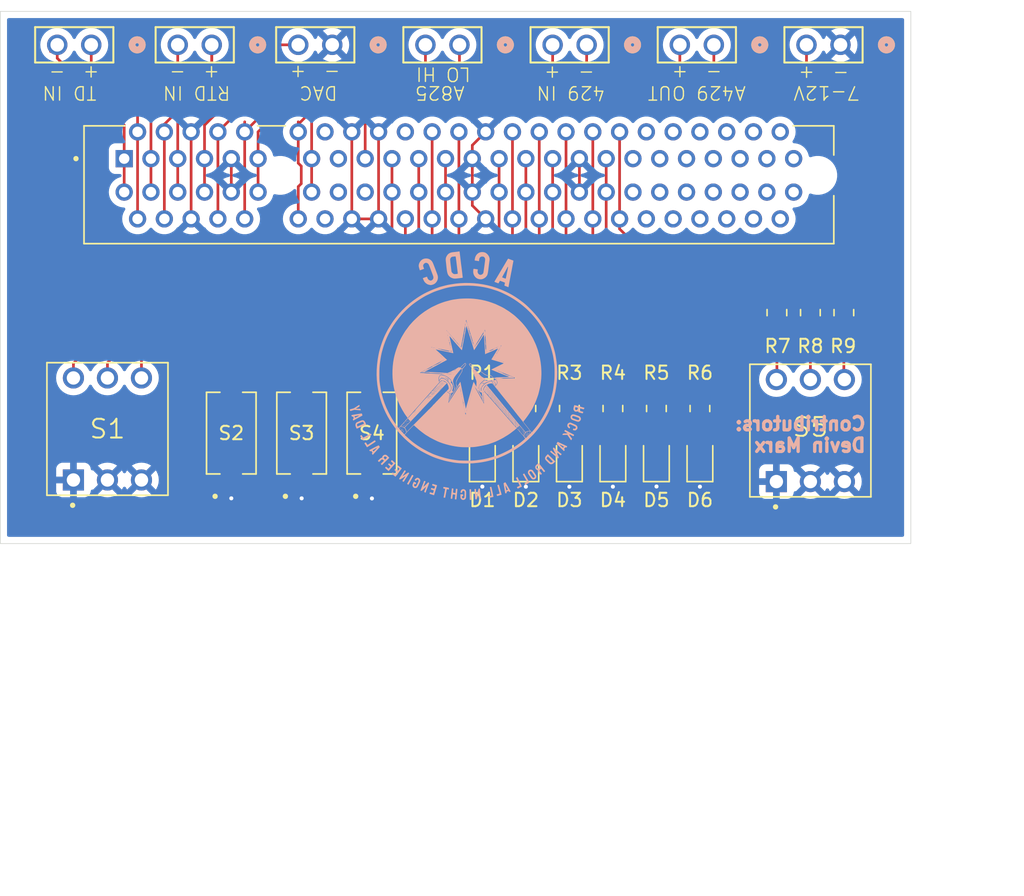
<source format=kicad_pcb>
(kicad_pcb (version 20240108) (generator "pcbnew") (generator_version "8.0")
  (layers (0 "F.Cu" signal) (31 "B.Cu" signal) (34 "B.Paste" user) (35 "F.Paste" user) (36 "B.SilkS" user "B.Silkscreen") (37 "F.SilkS" user "F.Silkscreen") (38 "B.Mask" user) (39 "F.Mask" user) (44 "Edge.Cuts" user))
  (net 0 "")
  (net 1 "HW_ID_1")
  (net 3 "HW_ID_3")
  (net 4 "DSI3")
  (net 5 "RTD+")
  (net 6 "DOFB4")
  (net 7 "DSI6")
  (net 9 "A429_IN-")
  (net 15 "DOFB6")
  (net 20 "DOFB5")
  (net 21 "DIS4")
  (net 22 "DOFB2")
  (net 23 "TD-")
  (net 24 "A825_CAN_HI")
  (net 25 "DOFB3")
  (net 26 "DAC_OUT")
  (net 29 "RTD-")
  (net 32 "DSI1")
  (net 34 "A429_OUT-")
  (net 35 "DSI5")
  (net 36 "VCC")
  (net 37 "A825_CAN_LO")
  (net 38 "A429_IN+")
  (net 40 "HW_ID_2")
  (net 41 "DOFB1")
  (net 42 "DSI2")
  (net 43 "A429_OUT+")
  (net 44 "TD+")
  (net 47 "Net-(R7-Pad2)")
  (net 48 "Net-(R8-Pad2)")
  (net 51 "Net-(R9-Pad2)")
  (net 61 "Net-(D1-A)")
  (net 62 "GND")
  (net 63 "Net-(D2-A)")
  (net 64 "Net-(D3-A)")
  (net 65 "Net-(D4-A)")
  (net 66 "Net-(D5-A)")
  (net 67 "Net-(D6-A)")
  (footprint "Resistor_SMD:R_0805_2012Metric" (layer "F.Cu") (at 73.25 60.6625 -90)
    (property "Reference" "R1" (at -2.6625 0 180) (layer "F.SilkS"))
    (property "Value" "1.5k")
    (pad "1" smd roundrect (at -0.9125 0 270) (size 1.025 1.4) (layers "F.Cu" "F.Paste" "F.Mask") (roundrect_rratio 0.243902) (net 41 "DOFB1"))
    (pad "2" smd roundrect (at 0.9125 0 270) (size 1.025 1.4) (layers "F.Cu" "F.Paste" "F.Mask") (roundrect_rratio 0.243902) (net 61 "Net-(D1-A)"))
  )
  (footprint "LED_SMD:LED_0805_2012Metric" (layer "F.Cu") (at 73.25 64.4375 90)
    (property "Reference" "D1" (at -3.0625 0 0) (layer "F.SilkS"))
    (property "Value" "LED")
    (pad "1" smd roundrect (at -0.9375 0 90) (size 0.975 1.4) (layers "F.Cu" "F.Paste" "F.Mask") (net 62 "GND"))
    (pad "2" smd roundrect (at 0.9375 0 90) (size 0.975 1.4) (layers "F.Cu" "F.Paste" "F.Mask") (net 61 "Net-(D1-A)"))
  )
  (footprint "SDII LIB:pin header" (layer "F.Cu") (at 100 33.5 180)
    (property "Reference" "J8" (hide yes))
    (property "Value" "Conn_01x02_Pin")
    (pad "1" thru_hole circle (at 0 0 180) (size 1.524 1.524) (drill 1.016) (layers "*.Cu" "*.Mask") (net 62 "GND"))
    (pad "2" thru_hole circle (at 2.54 0 180) (size 1.524 1.524) (drill 1.016) (layers "*.Cu" "*.Mask") (net 36 "VCC"))
  )
  (footprint "SDII LIB:pin header" (layer "F.Cu") (at 81.04 33.5 180)
    (property "Reference" "J3" (hide yes))
    (property "Value" "Conn_01x02_Pin")
    (pad "1" thru_hole circle (at 0 0 180) (size 1.524 1.524) (drill 1.016) (layers "*.Cu" "*.Mask") (net 9 "A429_IN-"))
    (pad "2" thru_hole circle (at 2.54 0 180) (size 1.524 1.524) (drill 1.016) (layers "*.Cu" "*.Mask") (net 38 "A429_IN+"))
  )
  (footprint "SDII LIB:pin header" (layer "F.Cu") (at 44.04 33.5 180)
    (property "Reference" "J6" (hide yes))
    (property "Value" "Conn_01x02_Pin")
    (pad "1" thru_hole circle (at 0 0 180) (size 1.524 1.524) (drill 1.016) (layers "*.Cu" "*.Mask") (net 44 "TD+"))
    (pad "2" thru_hole circle (at 2.54 0 180) (size 1.524 1.524) (drill 1.016) (layers "*.Cu" "*.Mask") (net 23 "TD-"))
  )
  (footprint "Resistor_SMD:R_0805_2012Metric" (layer "F.Cu") (at 83 60.6625 -90)
    (property "Reference" "R4" (at -2.6625 0 180) (layer "F.SilkS"))
    (property "Value" "1.5k")
    (pad "1" smd roundrect (at -0.9125 0 270) (size 1.025 1.4) (layers "F.Cu" "F.Paste" "F.Mask") (roundrect_rratio 0.243902) (net 6 "DOFB4"))
    (pad "2" smd roundrect (at 0.9125 0 270) (size 1.025 1.4) (layers "F.Cu" "F.Paste" "F.Mask") (roundrect_rratio 0.243902) (net 65 "Net-(D4-A)"))
  )
  (footprint "SDII LIB:SW_TS09-63-25-WT-260-SMT-TR" (layer "F.Cu") (at 65 62.5 90)
    (property "Reference" "S4" (at 0 0 0) (layer "F.SilkS"))
    (property "Value" "TS09-63-25-WT-260-SMT-TR" (hide yes))
    (pad "1" smd rect (at -3.75 0 90) (size 1.1 1) (layers "F.Cu" "F.Paste" "F.Mask") (net 62 "GND"))
    (pad "2" smd rect (at 3.75 0 90) (size 1.1 1) (layers "F.Cu" "F.Paste" "F.Mask") (net 7 "DSI6"))
  )
  (footprint "Resistor_SMD:R_0805_2012Metric" (layer "F.Cu") (at 86.25 60.6625 -90)
    (property "Reference" "R5" (at -2.6625 0 180) (layer "F.SilkS"))
    (property "Value" "1.5k")
    (pad "1" smd roundrect (at -0.9125 0 270) (size 1.025 1.4) (layers "F.Cu" "F.Paste" "F.Mask") (roundrect_rratio 0.243902) (net 20 "DOFB5"))
    (pad "2" smd roundrect (at 0.9125 0 270) (size 1.025 1.4) (layers "F.Cu" "F.Paste" "F.Mask") (roundrect_rratio 0.243902) (net 66 "Net-(D5-A)"))
  )
  (footprint "SDII LIB:SW_TS09-63-25-WT-260-SMT-TR" (layer "F.Cu") (at 59.75 62.5 90)
    (property "Reference" "S3" (at 0 0 0) (layer "F.SilkS"))
    (property "Value" "TS09-63-25-WT-260-SMT-TR" (hide yes))
    (pad "1" smd rect (at -3.75 0 90) (size 1.1 1) (layers "F.Cu" "F.Paste" "F.Mask") (net 62 "GND"))
    (pad "2" smd rect (at 3.75 0 90) (size 1.1 1) (layers "F.Cu" "F.Paste" "F.Mask") (net 35 "DSI5"))
  )
  (footprint "Resistor_SMD:R_0805_2012Metric" (layer "F.Cu") (at 76.5 60.6625 -90)
    (property "Reference" "R2" (at -2.6625 0 180) (layer "F.SilkS"))
    (property "Value" "1.5k")
    (pad "1" smd roundrect (at -0.9125 0 270) (size 1.025 1.4) (layers "F.Cu" "F.Paste" "F.Mask") (roundrect_rratio 0.243902) (net 22 "DOFB2"))
    (pad "2" smd roundrect (at 0.9125 0 270) (size 1.025 1.4) (layers "F.Cu" "F.Paste" "F.Mask") (roundrect_rratio 0.243902) (net 63 "Net-(D2-A)"))
  )
  (footprint "LED_SMD:LED_0805_2012Metric" (layer "F.Cu") (at 86.25 64.4375 90)
    (property "Reference" "D5" (at -3.0625 0 0) (layer "F.SilkS"))
    (property "Value" "LED")
    (pad "1" smd roundrect (at -0.9375 0 90) (size 0.975 1.4) (layers "F.Cu" "F.Paste" "F.Mask") (net 62 "GND"))
    (pad "2" smd roundrect (at 0.9375 0 90) (size 0.975 1.4) (layers "F.Cu" "F.Paste" "F.Mask") (net 66 "Net-(D5-A)"))
  )
  (footprint "SDII LIB:pin header" (layer "F.Cu") (at 71.54 33.5 180)
    (property "Reference" "J4" (hide yes))
    (property "Value" "Conn_01x02_Pin")
    (pad "1" thru_hole circle (at 0 0 180) (size 1.524 1.524) (drill 1.016) (layers "*.Cu" "*.Mask") (net 37 "A825_CAN_LO"))
    (pad "2" thru_hole circle (at 2.54 0 180) (size 1.524 1.524) (drill 1.016) (layers "*.Cu" "*.Mask") (net 24 "A825_CAN_HI"))
  )
  (footprint "SDII LIB:pin header" (layer "F.Cu") (at 62.04 33.5 180)
    (property "Reference" "J7" (hide yes))
    (property "Value" "Conn_01x02_Pin")
    (pad "1" thru_hole circle (at 0 0 180) (size 1.524 1.524) (drill 1.016) (layers "*.Cu" "*.Mask") (net 62 "GND"))
    (pad "2" thru_hole circle (at 2.54 0 180) (size 1.524 1.524) (drill 1.016) (layers "*.Cu" "*.Mask") (net 26 "DAC_OUT"))
  )
  (footprint "LED_SMD:LED_0805_2012Metric" (layer "F.Cu") (at 83 64.4375 90)
    (property "Reference" "D4" (at -3.0625 0 0) (layer "F.SilkS"))
    (property "Value" "LED")
    (pad "1" smd roundrect (at -0.9375 0 90) (size 0.975 1.4) (layers "F.Cu" "F.Paste" "F.Mask") (net 62 "GND"))
    (pad "2" smd roundrect (at 0.9375 0 90) (size 0.975 1.4) (layers "F.Cu" "F.Paste" "F.Mask") (net 65 "Net-(D4-A)"))
  )
  (footprint "SDII LIB:SW_DS01C-254-L-03BE" (layer "F.Cu") (at 45.25 62.19)
    (property "Reference" "S1" (at 0 0 0) (layer "F.SilkS") (effects (font (size 1.4 1.4))))
    (property "Value" "DS01C-254-L-03BE")
    (pad "1A" thru_hole rect (at -2.54 3.81) (size 1.58 1.58) (drill 1) (layers "*.Cu" "*.Mask") (net 62 "GND"))
    (pad "1B" thru_hole circle (at -2.54 -3.81) (size 1.58 1.58) (drill 1) (layers "*.Cu" "*.Mask") (net 32 "DSI1"))
    (pad "2A" thru_hole circle (at 0 3.81) (size 1.58 1.58) (drill 1) (layers "*.Cu" "*.Mask") (net 62 "GND"))
    (pad "2B" thru_hole circle (at 0 -3.81) (size 1.58 1.58) (drill 1) (layers "*.Cu" "*.Mask") (net 42 "DSI2"))
    (pad "3A" thru_hole circle (at 2.54 3.81) (size 1.58 1.58) (drill 1) (layers "*.Cu" "*.Mask") (net 62 "GND"))
    (pad "3B" thru_hole circle (at 2.54 -3.81) (size 1.58 1.58) (drill 1) (layers "*.Cu" "*.Mask") (net 4 "DSI3"))
  )
  (footprint "Resistor_SMD:R_0805_2012Metric" (layer "F.Cu") (at 100.25 53.5 -90)
    (property "Reference" "R9" (at 2.5 0.05 180) (layer "F.SilkS"))
    (property "Value" "1k")
    (pad "1" smd roundrect (at -0.9125 0 270) (size 1.025 1.4) (layers "F.Cu" "F.Paste" "F.Mask") (roundrect_rratio 0.243902) (net 3 "HW_ID_3"))
    (pad "2" smd roundrect (at 0.9125 0 270) (size 1.025 1.4) (layers "F.Cu" "F.Paste" "F.Mask") (roundrect_rratio 0.243902) (net 51 "Net-(R9-Pad2)"))
  )
  (footprint "SDII LIB:PCI_Express_Card" (layer "F.Cu") (at 58.15 43.25)
    (property "Reference" "J1" (hide yes))
    (property "Value" "10018783-10202TLF")
    (pad "" np_thru_hole circle (at 0 0) (size 2.4 2.4) (drill 2.4) (layers "*.Cu" "*.Mask"))
    (pad "" np_thru_hole circle (at 40.15 0) (size 2.4 2.4) (drill 2.4) (layers "*.Cu" "*.Mask"))
    (pad "A1" thru_hole rect (at -11.65 -1.25) (size 1.288 1.288) (drill 0.78) (layers "*.Cu" "*.Mask") (net 23 "TD-"))
    (pad "A2" thru_hole circle (at -10.65 -3.25) (size 1.288 1.288) (drill 0.78) (layers "*.Cu" "*.Mask") (net 44 "TD+"))
    (pad "A3" thru_hole circle (at -9.65 -1.25) (size 1.288 1.288) (drill 0.78) (layers "*.Cu" "*.Mask") (net 29 "RTD-"))
    (pad "A4" thru_hole circle (at -8.65 -3.25) (size 1.288 1.288) (drill 0.78) (layers "*.Cu" "*.Mask") (net 5 "RTD+"))
    (pad "A5" thru_hole circle (at -7.65 -1.25) (size 1.288 1.288) (drill 0.78) (layers "*.Cu" "*.Mask") (net 26 "DAC_OUT"))
    (pad "A6" thru_hole circle (at -6.65 -3.25) (size 1.288 1.288) (drill 0.78) (layers "*.Cu" "*.Mask") (net 62 "GND"))
    (pad "A7" thru_hole circle (at -5.65 -1.25) (size 1.288 1.288) (drill 0.78) (layers "*.Cu" "*.Mask") (net 24 "A825_CAN_HI"))
    (pad "A8" thru_hole circle (at -4.65 -3.25) (size 1.288 1.288) (drill 0.78) (layers "*.Cu" "*.Mask") (net 37 "A825_CAN_LO"))
    (pad "A9" thru_hole circle (at -3.65 -1.25) (size 1.288 1.288) (drill 0.78) (layers "*.Cu" "*.Mask") (net 62 "GND"))
    (pad "A10" thru_hole circle (at -2.65 -3.25) (size 1.288 1.288) (drill 0.78) (layers "*.Cu" "*.Mask") (net 38 "A429_IN+"))
    (pad "A11" thru_hole circle (at -1.65 -1.25) (size 1.288 1.288) (drill 0.78) (layers "*.Cu" "*.Mask") (net 9 "A429_IN-"))
    (pad "A12" thru_hole circle (at 1.35 -3.25) (size 1.288 1.288) (drill 0.78) (layers "*.Cu" "*.Mask") (net 43 "A429_OUT+"))
    (pad "A13" thru_hole circle (at 2.35 -1.25) (size 1.288 1.288) (drill 0.78) (layers "*.Cu" "*.Mask") (net 34 "A429_OUT-"))
    (pad "A14" thru_hole circle (at 3.35 -3.25) (size 1.288 1.288) (drill 0.78) (layers "*.Cu" "*.Mask"))
    (pad "A15" thru_hole circle (at 4.35 -1.25) (size 1.288 1.288) (drill 0.78) (layers "*.Cu" "*.Mask"))
    (pad "A16" thru_hole circle (at 5.35 -3.25) (size 1.288 1.288) (drill 0.78) (layers "*.Cu" "*.Mask") (net 62 "GND"))
    (pad "A17" thru_hole circle (at 6.35 -1.25) (size 1.288 1.288) (drill 0.78) (layers "*.Cu" "*.Mask") (net 36 "VCC"))
    (pad "A18" thru_hole circle (at 7.35 -3.25) (size 1.288 1.288) (drill 0.78) (layers "*.Cu" "*.Mask") (net 62 "GND"))
    (pad "A19" thru_hole circle (at 8.35 -1.25) (size 1.288 1.288) (drill 0.78) (layers "*.Cu" "*.Mask") (net 32 "DSI1"))
    (pad "A20" thru_hole circle (at 9.35 -3.25) (size 1.288 1.288) (drill 0.78) (layers "*.Cu" "*.Mask") (net 42 "DSI2"))
    (pad "A21" thru_hole circle (at 10.35 -1.25) (size 1.288 1.288) (drill 0.78) (layers "*.Cu" "*.Mask") (net 4 "DSI3"))
    (pad "A22" thru_hole circle (at 11.35 -3.25) (size 1.288 1.288) (drill 0.78) (layers "*.Cu" "*.Mask") (net 21 "DIS4"))
    (pad "A23" thru_hole circle (at 12.35 -1.25) (size 1.288 1.288) (drill 0.78) (layers "*.Cu" "*.Mask") (net 35 "DSI5"))
    (pad "A24" thru_hole circle (at 13.35 -3.25) (size 1.288 1.288) (drill 0.78) (layers "*.Cu" "*.Mask") (net 7 "DSI6"))
    (pad "A25" thru_hole circle (at 14.35 -1.25) (size 1.288 1.288) (drill 0.78) (layers "*.Cu" "*.Mask") (net 62 "GND"))
    (pad "A26" thru_hole circle (at 15.35 -3.25) (size 1.288 1.288) (drill 0.78) (layers "*.Cu" "*.Mask") (net 62 "GND"))
    (pad "A27" thru_hole circle (at 16.35 -1.25) (size 1.288 1.288) (drill 0.78) (layers "*.Cu" "*.Mask") (net 41 "DOFB1"))
    (pad "A28" thru_hole circle (at 17.35 -3.25) (size 1.288 1.288) (drill 0.78) (layers "*.Cu" "*.Mask") (net 22 "DOFB2"))
    (pad "A29" thru_hole circle (at 18.35 -1.25) (size 1.288 1.288) (drill 0.78) (layers "*.Cu" "*.Mask") (net 25 "DOFB3"))
    (pad "A30" thru_hole circle (at 19.35 -3.25) (size 1.288 1.288) (drill 0.78) (layers "*.Cu" "*.Mask") (net 6 "DOFB4"))
    (pad "A31" thru_hole circle (at 20.35 -1.25) (size 1.288 1.288) (drill 0.78) (layers "*.Cu" "*.Mask") (net 20 "DOFB5"))
    (pad "A32" thru_hole circle (at 21.35 -3.25) (size 1.288 1.288) (drill 0.78) (layers "*.Cu" "*.Mask") (net 15 "DOFB6"))
    (pad "A33" thru_hole circle (at 22.35 -1.25) (size 1.288 1.288) (drill 0.78) (layers "*.Cu" "*.Mask") (net 62 "GND"))
    (pad "A34" thru_hole circle (at 23.35 -3.25) (size 1.288 1.288) (drill 0.78) (layers "*.Cu" "*.Mask") (net 1 "HW_ID_1"))
    (pad "A35" thru_hole circle (at 24.35 -1.25) (size 1.288 1.288) (drill 0.78) (layers "*.Cu" "*.Mask") (net 40 "HW_ID_2"))
    (pad "A36" thru_hole circle (at 25.35 -3.25) (size 1.288 1.288) (drill 0.78) (layers "*.Cu" "*.Mask") (net 3 "HW_ID_3"))
    (pad "A37" thru_hole circle (at 26.35 -1.25) (size 1.288 1.288) (drill 0.78) (layers "*.Cu" "*.Mask"))
    (pad "A38" thru_hole circle (at 27.35 -3.25) (size 1.288 1.288) (drill 0.78) (layers "*.Cu" "*.Mask"))
    (pad "A39" thru_hole circle (at 28.35 -1.25) (size 1.288 1.288) (drill 0.78) (layers "*.Cu" "*.Mask"))
    (pad "A40" thru_hole circle (at 29.35 -3.25) (size 1.288 1.288) (drill 0.78) (layers "*.Cu" "*.Mask"))
    (pad "A41" thru_hole circle (at 30.35 -1.25) (size 1.288 1.288) (drill 0.78) (layers "*.Cu" "*.Mask"))
    (pad "A42" thru_hole circle (at 31.35 -3.25) (size 1.288 1.288) (drill 0.78) (layers "*.Cu" "*.Mask"))
    (pad "A43" thru_hole circle (at 32.35 -1.25) (size 1.288 1.288) (drill 0.78) (layers "*.Cu" "*.Mask"))
    (pad "A44" thru_hole circle (at 33.35 -3.25) (size 1.288 1.288) (drill 0.78) (layers "*.Cu" "*.Mask"))
    (pad "A45" thru_hole circle (at 34.35 -1.25) (size 1.288 1.288) (drill 0.78) (layers "*.Cu" "*.Mask"))
    (pad "A46" thru_hole circle (at 35.35 -3.25) (size 1.288 1.288) (drill 0.78) (layers "*.Cu" "*.Mask"))
    (pad "A47" thru_hole circle (at 36.35 -1.25) (size 1.288 1.288) (drill 0.78) (layers "*.Cu" "*.Mask"))
    (pad "A48" thru_hole circle (at 37.35 -3.25) (size 1.288 1.288) (drill 0.78) (layers "*.Cu" "*.Mask"))
    (pad "A49" thru_hole circle (at 38.35 -1.25) (size 1.288 1.288) (drill 0.78) (layers "*.Cu" "*.Mask"))
    (pad "B1" thru_hole circle (at -11.65 1.25) (size 1.288 1.288) (drill 0.78) (layers "*.Cu" "*.Mask") (net 23 "TD-"))
    (pad "B2" thru_hole circle (at -10.65 3.25) (size 1.288 1.288) (drill 0.78) (layers "*.Cu" "*.Mask") (net 44 "TD+"))
    (pad "B3" thru_hole circle (at -9.65 1.25) (size 1.288 1.288) (drill 0.78) (layers "*.Cu" "*.Mask") (net 29 "RTD-"))
    (pad "B4" thru_hole circle (at -8.65 3.25) (size 1.288 1.288) (drill 0.78) (layers "*.Cu" "*.Mask") (net 5 "RTD+"))
    (pad "B5" thru_hole circle (at -7.65 1.25) (size 1.288 1.288) (drill 0.78) (layers "*.Cu" "*.Mask") (net 26 "DAC_OUT"))
    (pad "B6" thru_hole circle (at -6.65 3.25) (size 1.288 1.288) (drill 0.78) (layers "*.Cu" "*.Mask") (net 62 "GND"))
    (pad "B7" thru_hole circle (at -5.65 1.25) (size 1.288 1.288) (drill 0.78) (layers "*.Cu" "*.Mask") (net 24 "A825_CAN_HI"))
    (pad "B8" thru_hole circle (at -4.65 3.25) (size 1.288 1.288) (drill 0.78) (layers "*.Cu" "*.Mask") (net 37 "A825_CAN_LO"))
    (pad "B9" thru_hole circle (at -3.65 1.25) (size 1.288 1.288) (drill 0.78) (layers "*.Cu" "*.Mask") (net 62 "GND"))
    (pad "B10" thru_hole circle (at -2.65 3.25) (size 1.288 1.288) (drill 0.78) (layers "*.Cu" "*.Mask") (net 38 "A429_IN+"))
    (pad "B11" thru_hole circle (at -1.65 1.25) (size 1.288 1.288) (drill 0.78) (layers "*.Cu" "*.Mask") (net 9 "A429_IN-"))
    (pad "B12" thru_hole circle (at 1.35 3.25) (size 1.288 1.288) (drill 0.78) (layers "*.Cu" "*.Mask") (net 43 "A429_OUT+"))
    (pad "B13" thru_hole circle (at 2.35 1.25) (size 1.288 1.288) (drill 0.78) (layers "*.Cu" "*.Mask") (net 34 "A429_OUT-"))
    (pad "B14" thru_hole circle (at 3.35 3.25) (size 1.288 1.288) (drill 0.78) (layers "*.Cu" "*.Mask"))
    (pad "B15" thru_hole circle (at 4.35 1.25) (size 1.288 1.288) (drill 0.78) (layers "*.Cu" "*.Mask"))
    (pad "B16" thru_hole circle (at 5.35 3.25) (size 1.288 1.288) (drill 0.78) (layers "*.Cu" "*.Mask") (net 62 "GND"))
    (pad "B17" thru_hole circle (at 6.35 1.25) (size 1.288 1.288) (drill 0.78) (layers "*.Cu" "*.Mask") (net 36 "VCC"))
    (pad "B18" thru_hole circle (at 7.35 3.25) (size 1.288 1.288) (drill 0.78) (layers "*.Cu" "*.Mask") (net 62 "GND"))
    (pad "B19" thru_hole circle (at 8.35 1.25) (size 1.288 1.288) (drill 0.78) (layers "*.Cu" "*.Mask") (net 32 "DSI1"))
    (pad "B20" thru_hole circle (at 9.35 3.25) (size 1.288 1.288) (drill 0.78) (layers "*.Cu" "*.Mask") (net 42 "DSI2"))
    (pad "B21" thru_hole circle (at 10.35 1.25) (size 1.288 1.288) (drill 0.78) (layers "*.Cu" "*.Mask") (net 4 "DSI3"))
    (pad "B22" thru_hole circle (at 11.35 3.25) (size 1.288 1.288) (drill 0.78) (layers "*.Cu" "*.Mask") (net 21 "DIS4"))
    (pad "B23" thru_hole circle (at 12.35 1.25) (size 1.288 1.288) (drill 0.78) (layers "*.Cu" "*.Mask") (net 35 "DSI5"))
    (pad "B24" thru_hole circle (at 13.35 3.25) (size 1.288 1.288) (drill 0.78) (layers "*.Cu" "*.Mask") (net 7 "DSI6"))
    (pad "B25" thru_hole circle (at 14.35 1.25) (size 1.288 1.288) (drill 0.78) (layers "*.Cu" "*.Mask") (net 62 "GND"))
    (pad "B26" thru_hole circle (at 15.35 3.25) (size 1.288 1.288) (drill 0.78) (layers "*.Cu" "*.Mask") (net 62 "GND"))
    (pad "B27" thru_hole circle (at 16.35 1.25) (size 1.288 1.288) (drill 0.78) (layers "*.Cu" "*.Mask") (net 41 "DOFB1"))
    (pad "B28" thru_hole circle (at 17.35 3.25) (size 1.288 1.288) (drill 0.78) (layers "*.Cu" "*.Mask") (net 22 "DOFB2"))
    (pad "B29" thru_hole circle (at 18.35 1.25) (size 1.288 1.288) (drill 0.78) (layers "*.Cu" "*.Mask") (net 25 "DOFB3"))
    (pad "B30" thru_hole circle (at 19.35 3.25) (size 1.288 1.288) (drill 0.78) (layers "*.Cu" "*.Mask") (net 6 "DOFB4"))
    (pad "B31" thru_hole circle (at 20.35 1.25) (size 1.288 1.288) (drill 0.78) (layers "*.Cu" "*.Mask") (net 20 "DOFB5"))
    (pad "B32" thru_hole circle (at 21.35 3.25) (size 1.288 1.288) (drill 0.78) (layers "*.Cu" "*.Mask") (net 15 "DOFB6"))
    (pad "B33" thru_hole circle (at 22.35 1.25) (size 1.288 1.288) (drill 0.78) (layers "*.Cu" "*.Mask") (net 62 "GND"))
    (pad "B34" thru_hole circle (at 23.35 3.25) (size 1.288 1.288) (drill 0.78) (layers "*.Cu" "*.Mask") (net 1 "HW_ID_1"))
    (pad "B35" thru_hole circle (at 24.35 1.25) (size 1.288 1.288) (drill 0.78) (layers "*.Cu" "*.Mask") (net 40 "HW_ID_2"))
    (pad "B36" thru_hole circle (at 25.35 3.25) (size 1.288 1.288) (drill 0.78) (layers "*.Cu" "*.Mask") (net 3 "HW_ID_3"))
    (pad "B37" thru_hole circle (at 26.35 1.25) (size 1.288 1.288) (drill 0.78) (layers "*.Cu" "*.Mask"))
    (pad "B38" thru_hole circle (at 27.35 3.25) (size 1.288 1.288) (drill 0.78) (layers "*.Cu" "*.Mask"))
    (pad "B39" thru_hole circle (at 28.35 1.25) (size 1.288 1.288) (drill 0.78) (layers "*.Cu" "*.Mask"))
    (pad "B40" thru_hole circle (at 29.35 3.25) (size 1.288 1.288) (drill 0.78) (layers "*.Cu" "*.Mask"))
    (pad "B41" thru_hole circle (at 30.35 1.25) (size 1.288 1.288) (drill 0.78) (layers "*.Cu" "*.Mask"))
    (pad "B42" thru_hole circle (at 31.35 3.25) (size 1.288 1.288) (drill 0.78) (layers "*.Cu" "*.Mask"))
    (pad "B43" thru_hole circle (at 32.35 1.25) (size 1.288 1.288) (drill 0.78) (layers "*.Cu" "*.Mask"))
    (pad "B44" thru_hole circle (at 33.35 3.25) (size 1.288 1.288) (drill 0.78) (layers "*.Cu" "*.Mask"))
    (pad "B45" thru_hole circle (at 34.35 1.25) (size 1.288 1.288) (drill 0.78) (layers "*.Cu" "*.Mask"))
    (pad "B46" thru_hole circle (at 35.35 3.25) (size 1.288 1.288) (drill 0.78) (layers "*.Cu" "*.Mask"))
    (pad "B47" thru_hole circle (at 36.35 1.25) (size 1.288 1.288) (drill 0.78) (layers "*.Cu" "*.Mask"))
    (pad "B48" thru_hole circle (at 37.35 3.25) (size 1.288 1.288) (drill 0.78) (layers "*.Cu" "*.Mask"))
    (pad "B49" thru_hole circle (at 38.35 1.25) (size 1.288 1.288) (drill 0.78) (layers "*.Cu" "*.Mask"))
  )
  (footprint "Resistor_SMD:R_0805_2012Metric" (layer "F.Cu") (at 79.75 60.6625 -90)
    (property "Reference" "R3" (at -2.6625 0 180) (layer "F.SilkS"))
    (property "Value" "1.5k")
    (pad "1" smd roundrect (at -0.9125 0 270) (size 1.025 1.4) (layers "F.Cu" "F.Paste" "F.Mask") (roundrect_rratio 0.243902) (net 25 "DOFB3"))
    (pad "2" smd roundrect (at 0.9125 0 270) (size 1.025 1.4) (layers "F.Cu" "F.Paste" "F.Mask") (roundrect_rratio 0.243902) (net 64 "Net-(D3-A)"))
  )
  (footprint "LED_SMD:LED_0805_2012Metric" (layer "F.Cu") (at 76.5 64.4375 90)
    (property "Reference" "D2" (at -3.0625 0 0) (layer "F.SilkS"))
    (property "Value" "LED")
    (pad "1" smd roundrect (at -0.9375 0 90) (size 0.975 1.4) (layers "F.Cu" "F.Paste" "F.Mask") (net 62 "GND"))
    (pad "2" smd roundrect (at 0.9375 0 90) (size 0.975 1.4) (layers "F.Cu" "F.Paste" "F.Mask") (net 63 "Net-(D2-A)"))
  )
  (footprint "SDII LIB:SW_DS01C-254-L-03BE" (layer "F.Cu") (at 97.75 62.31)
    (property "Reference" "S5" (at 0 -0.25 0) (layer "F.SilkS") (effects (font (size 1.4 1.4))))
    (property "Value" "DS01C-254-L-03BE")
    (pad "1A" thru_hole rect (at -2.54 3.81) (size 1.58 1.58) (drill 1) (layers "*.Cu" "*.Mask") (net 62 "GND"))
    (pad "1B" thru_hole circle (at -2.54 -3.81) (size 1.58 1.58) (drill 1) (layers "*.Cu" "*.Mask") (net 47 "Net-(R7-Pad2)"))
    (pad "2A" thru_hole circle (at 0 3.81) (size 1.58 1.58) (drill 1) (layers "*.Cu" "*.Mask") (net 62 "GND"))
    (pad "2B" thru_hole circle (at 0 -3.81) (size 1.58 1.58) (drill 1) (layers "*.Cu" "*.Mask") (net 48 "Net-(R8-Pad2)"))
    (pad "3A" thru_hole circle (at 2.54 3.81) (size 1.58 1.58) (drill 1) (layers "*.Cu" "*.Mask") (net 62 "GND"))
    (pad "3B" thru_hole circle (at 2.54 -3.81) (size 1.58 1.58) (drill 1) (layers "*.Cu" "*.Mask") (net 51 "Net-(R9-Pad2)"))
  )
  (footprint "SDII LIB:SW_TS09-63-25-WT-260-SMT-TR" (layer "F.Cu") (at 54.5 62.5 90)
    (property "Reference" "S2" (at 0 0 0) (layer "F.SilkS"))
    (property "Value" "TS09-63-25-WT-260-SMT-TR" (hide yes))
    (pad "1" smd rect (at -3.75 0 90) (size 1.1 1) (layers "F.Cu" "F.Paste" "F.Mask") (net 62 "GND"))
    (pad "2" smd rect (at 3.75 0 90) (size 1.1 1) (layers "F.Cu" "F.Paste" "F.Mask") (net 21 "DIS4"))
  )
  (footprint "LED_SMD:LED_0805_2012Metric" (layer "F.Cu") (at 89.5 64.4375 90)
    (property "Reference" "D6" (at -3.0625 0 0) (layer "F.SilkS"))
    (property "Value" "LED")
    (pad "1" smd roundrect (at -0.9375 0 90) (size 0.975 1.4) (layers "F.Cu" "F.Paste" "F.Mask") (net 62 "GND"))
    (pad "2" smd roundrect (at 0.9375 0 90) (size 0.975 1.4) (layers "F.Cu" "F.Paste" "F.Mask") (net 67 "Net-(D6-A)"))
  )
  (footprint "SDII LIB:pin header" (layer "F.Cu") (at 90.54 33.5 180)
    (property "Reference" "J2" (hide yes))
    (property "Value" "Conn_01x02_Pin")
    (pad "1" thru_hole circle (at 0 0 180) (size 1.524 1.524) (drill 1.016) (layers "*.Cu" "*.Mask") (net 34 "A429_OUT-"))
    (pad "2" thru_hole circle (at 2.54 0 180) (size 1.524 1.524) (drill 1.016) (layers "*.Cu" "*.Mask") (net 43 "A429_OUT+"))
  )
  (footprint "LED_SMD:LED_0805_2012Metric" (layer "F.Cu") (at 79.75 64.4375 90)
    (property "Reference" "D3" (at -3.0625 0 0) (layer "F.SilkS"))
    (property "Value" "LED")
    (pad "1" smd roundrect (at -0.9375 0 90) (size 0.975 1.4) (layers "F.Cu" "F.Paste" "F.Mask") (net 62 "GND"))
    (pad "2" smd roundrect (at 0.9375 0 90) (size 0.975 1.4) (layers "F.Cu" "F.Paste" "F.Mask") (net 64 "Net-(D3-A)"))
  )
  (footprint "Resistor_SMD:R_0805_2012Metric" (layer "F.Cu") (at 95.25 53.5 -90)
    (property "Reference" "R7" (at 2.5 -0.05 180) (layer "F.SilkS"))
    (property "Value" "1k")
    (pad "1" smd roundrect (at -0.9125 0 270) (size 1.025 1.4) (layers "F.Cu" "F.Paste" "F.Mask") (roundrect_rratio 0.243902) (net 1 "HW_ID_1"))
    (pad "2" smd roundrect (at 0.9125 0 270) (size 1.025 1.4) (layers "F.Cu" "F.Paste" "F.Mask") (roundrect_rratio 0.243902) (net 47 "Net-(R7-Pad2)"))
  )
  (footprint "SDII LIB:pin header" (layer "F.Cu") (at 53.04 33.5 180)
    (property "Reference" "J5" (hide yes))
    (property "Value" "Conn_01x02_Pin")
    (pad "1" thru_hole circle (at 0 0 180) (size 1.524 1.524) (drill 1.016) (layers "*.Cu" "*.Mask") (net 5 "RTD+"))
    (pad "2" thru_hole circle (at 2.54 0 180) (size 1.524 1.524) (drill 1.016) (layers "*.Cu" "*.Mask") (net 29 "RTD-"))
  )
  (footprint "Resistor_SMD:R_0805_2012Metric" (layer "F.Cu") (at 97.75 53.5 -90)
    (property "Reference" "R8" (at 2.5 0 180) (layer "F.SilkS"))
    (property "Value" "1k")
    (pad "1" smd roundrect (at -0.9125 0 270) (size 1.025 1.4) (layers "F.Cu" "F.Paste" "F.Mask") (roundrect_rratio 0.243902) (net 40 "HW_ID_2"))
    (pad "2" smd roundrect (at 0.9125 0 270) (size 1.025 1.4) (layers "F.Cu" "F.Paste" "F.Mask") (roundrect_rratio 0.243902) (net 48 "Net-(R8-Pad2)"))
  )
  (footprint "Resistor_SMD:R_0805_2012Metric" (layer "F.Cu") (at 89.5 60.6625 -90)
    (property "Reference" "R6" (at -2.6625 0 180) (layer "F.SilkS"))
    (property "Value" "1.5k")
    (pad "1" smd roundrect (at -0.9125 0 270) (size 1.025 1.4) (layers "F.Cu" "F.Paste" "F.Mask") (roundrect_rratio 0.243902) (net 15 "DOFB6"))
    (pad "2" smd roundrect (at 0.9125 0 270) (size 1.025 1.4) (layers "F.Cu" "F.Paste" "F.Mask") (roundrect_rratio 0.243902) (net 67 "Net-(D6-A)"))
  )
  (footprint "SDII LIB:Big_Logo" (layer "B.Cu") (at 72 58.5 180)
    (property "Reference" "G***" (hide yes))
    (property "Value" "LOGO" (hide yes))
  )
  (gr_rect (start 37.25 31) (end 105.25 70.75) (stroke (width 0.05)) (fill none) (layer "Edge.Cuts"))
  (gr_text "Contributors:\nDevin Marx" (at 102 64 0) (layer "B.SilkS") (effects (font (size 1 1) (thickness 0.25) (bold yes)) (justify left bottom mirror)))
  (gr_text "-" (at 51.167128 35.006573 180) (layer "F.SilkS") (effects (font (size 1 1) (thickness 0.1)) (justify left bottom)))
  (gr_text "-" (at 80.335157 36.039976 0) (layer "F.SilkS") (effects (font (size 1 1) (thickness 0.1)) (justify left bottom)))
  (gr_text "RTD IN" (at 54.5 36.5 180) (layer "F.SilkS") (effects (font (size 1 1) (thickness 0.1)) (justify left bottom)))
  (gr_text "HI" (at 69.876234 35.103509 180) (layer "F.SilkS") (effects (font (size 1 1) (thickness 0.1)) (justify left bottom)))
  (gr_text "-" (at 42.17373 35.015883 180) (layer "F.SilkS") (effects (font (size 1 1) (thickness 0.1)) (justify left bottom)))
  (gr_text "-" (at 89.860717 36.009676 0) (layer "F.SilkS") (effects (font (size 1 1) (thickness 0.1)) (justify left bottom)))
  (gr_text "+" (at 44.714862 35.011595 180) (layer "F.SilkS") (effects (font (size 1 1) (thickness 0.1)) (justify left bottom)))
  (gr_text "7-12V" (at 101.5 36.5 180) (layer "F.SilkS") (effects (font (size 1 1) (thickness 0.1)) (justify left bottom)))
  (gr_text "+" (at 58.800599 35.997714 0) (layer "F.SilkS") (effects (font (size 1 1) (thickness 0.1)) (justify left bottom)))
  (gr_text "+" (at 96.779298 36.055859 0) (layer "F.SilkS") (effects (font (size 1 1) (thickness 0.1)) (justify left bottom)))
  (gr_text "+" (at 77.794025 36.044264 0) (layer "F.SilkS") (effects (font (size 1 1) (thickness 0.1)) (justify left bottom)))
  (gr_text "TD IN" (at 44.5 36.5 180) (layer "F.SilkS") (effects (font (size 1 1) (thickness 0.1)) (justify left bottom)))
  (gr_text "A825" (at 72 36.5 180) (layer "F.SilkS") (effects (font (size 1 1) (thickness 0.1)) (justify left bottom)))
  (gr_text "-" (at 99.33953 36.074479 0) (layer "F.SilkS") (effects (font (size 1 1) (thickness 0.1)) (justify left bottom)))
  (gr_text "+" (at 87.319585 36.013964 0) (layer "F.SilkS") (effects (font (size 1 1) (thickness 0.1)) (justify left bottom)))
  (gr_text "LO" (at 72.445776 35.112819 180) (layer "F.SilkS") (effects (font (size 1 1) (thickness 0.1)) (justify left bottom)))
  (gr_text "+" (at 53.70826 35.002285 180) (layer "F.SilkS") (effects (font (size 1 1) (thickness 0.1)) (justify left bottom)))
  (gr_text "429 IN" (at 82.5 36.5 180) (layer "F.SilkS") (effects (font (size 1 1) (thickness 0.1)) (justify left bottom)))
  (gr_text "DAC" (at 62.5 36.499998 180) (layer "F.SilkS") (effects (font (size 1 1) (thickness 0.1)) (justify left bottom)))
  (gr_text "A429 OUT" (at 93 36.5 180) (layer "F.SilkS") (effects (font (size 1 1) (thickness 0.1)) (justify left bottom)))
  (gr_text "-" (at 61.341731 35.993426 0) (layer "F.SilkS") (effects (font (size 1 1) (thickness 0.1)) (justify left bottom)))
  (segment (start 81.5 48.25) (end 85.8375 52.5875) (width 0.2) (layer "F.Cu") (net 1))
  (segment (start 85.8375 52.5875) (end 95.25 52.5875) (width 0.2) (layer "F.Cu") (net 1))
  (segment (start 81.5 46.5) (end 81.5 40) (width 0.2) (layer "F.Cu") (net 1))
  (segment (start 81.5 46.5) (end 81.5 48.25) (width 0.2) (layer "F.Cu") (net 1))
  (segment (start 83.5 47.25) (end 86.75 50.5) (width 0.2) (layer "F.Cu") (net 3))
  (segment (start 83.5 46.5) (end 83.5 40) (width 0.2) (layer "F.Cu") (net 3))
  (segment (start 83.5 46.5) (end 83.5 47.25) (width 0.2) (layer "F.Cu") (net 3))
  (segment (start 86.75 50.5) (end 99.5 50.5) (width 0.2) (layer "F.Cu") (net 3))
  (segment (start 100.25 51.25) (end 100.25 52.5875) (width 0.2) (layer "F.Cu") (net 3))
  (segment (start 99.5 50.5) (end 100.25 51.25) (width 0.2) (layer "F.Cu") (net 3))
  (segment (start 68.5 49.5) (end 68.5 44.5) (width 0.2) (layer "F.Cu") (net 4))
  (segment (start 64 54) (end 68.5 49.5) (width 0.2) (layer "F.Cu") (net 4))
  (segment (start 50.5 54) (end 47.79 56.71) (width 0.2) (layer "F.Cu") (net 4))
  (segment (start 50.5 54) (end 64 54) (width 0.2) (layer "F.Cu") (net 4))
  (segment (start 68.5 44.5) (end 68.5 42) (width 0.2) (layer "F.Cu") (net 4))
  (segment (start 47.79 58.69) (end 47.79 56.71) (width 0.2) (layer "F.Cu") (net 4))
  (segment (start 52 37.5) (end 51.434314 37.5) (width 0.2) (layer "F.Cu") (net 5))
  (segment (start 53.04 36.46) (end 52 37.5) (width 0.2) (layer "F.Cu") (net 5))
  (segment (start 53.04 33.5) (end 53.04 36.46) (width 0.2) (layer "F.Cu") (net 5))
  (segment (start 49.5 46.5) (end 49.5 40) (width 0.2) (layer "F.Cu") (net 5))
  (segment (start 53 35) (end 53.04 34.96) (width 0.2) (layer "F.Cu") (net 5))
  (segment (start 49.5 39.434314) (end 49.5 40) (width 0.2) (layer "F.Cu") (net 5))
  (segment (start 51.434314 37.5) (end 49.5 39.434314) (width 0.2) (layer "F.Cu") (net 5))
  (segment (start 53.04 34.96) (end 53.04 33.5) (width 0.2) (layer "F.Cu") (net 5))
  (segment (start 77.5 48) (end 83 53.5) (width 0.2) (layer "F.Cu") (net 6))
  (segment (start 77.5 46.5) (end 77.5 40) (width 0.2) (layer "F.Cu") (net 6))
  (segment (start 77.5 48) (end 77.5 46.5) (width 0.2) (layer "F.Cu") (net 6))
  (segment (start 83 53.5) (end 83 59.75) (width 0.2) (layer "F.Cu") (net 6))
  (segment (start 65 58.75) (end 65 57.5) (width 0.2) (layer "F.Cu") (net 7))
  (segment (start 71.5 46.5) (end 71.5 40) (width 0.2) (layer "F.Cu") (net 7))
  (segment (start 71.5 51) (end 65 57.5) (width 0.2) (layer "F.Cu") (net 7))
  (segment (start 71.5 46.5) (end 71.5 51) (width 0.2) (layer "F.Cu") (net 7))
  (segment (start 81.04 33.5) (end 81.04 35.96) (width 0.2) (layer "F.Cu") (net 9))
  (segment (start 56.5 44.5) (end 56.5 42) (width 0.2) (layer "F.Cu") (net 9))
  (segment (start 59.5 37) (end 56.5 40) (width 0.2) (layer "F.Cu") (net 9))
  (segment (start 56.5 40) (end 56.5 42) (width 0.2) (layer "F.Cu") (net 9))
  (segment (start 81.04 35.96) (end 80 37) (width 0.2) (layer "F.Cu") (net 9))
  (segment (start 80 37) (end 59.5 37) (width 0.2) (layer "F.Cu") (net 9))
  (segment (start 79.5 46.5) (end 79.5 47.75) (width 0.2) (layer "F.Cu") (net 15))
  (segment (start 89.5 57.75) (end 89.5 59.75) (width 0.2) (layer "F.Cu") (net 15))
  (segment (start 79.5 46.5) (end 79.5 40) (width 0.2) (layer "F.Cu") (net 15))
  (segment (start 79.5 47.75) (end 89.5 57.75) (width 0.2) (layer "F.Cu") (net 15))
  (segment (start 78.5 44.5) (end 78.5 42) (width 0.2) (layer "F.Cu") (net 20))
  (segment (start 86.25 56) (end 86.25 59.75) (width 0.2) (layer "F.Cu") (net 20))
  (segment (start 78.5 44.5) (end 78.5 48.25) (width 0.2) (layer "F.Cu") (net 20))
  (segment (start 78.5 48.25) (end 86.25 56) (width 0.2) (layer "F.Cu") (net 20))
  (segment (start 69.5 46.5) (end 69.5 50) (width 0.2) (layer "F.Cu") (net 21))
  (segment (start 69.5 50) (end 64.5 55) (width 0.2) (layer "F.Cu") (net 21))
  (segment (start 57 55) (end 54.5 57.5) (width 0.2) (layer "F.Cu") (net 21))
  (segment (start 54.5 57.5) (end 54.5 58.75) (width 0.2) (layer "F.Cu") (net 21))
  (segment (start 69.5 46.5) (end 69.5 40) (width 0.2) (layer "F.Cu") (net 21))
  (segment (start 64.5 55) (end 57 55) (width 0.2) (layer "F.Cu") (net 21))
  (segment (start 75.5 49) (end 76.5 50) (width 0.2) (layer "F.Cu") (net 22))
  (segment (start 75.5 46.5) (end 75.5 40) (width 0.2) (layer "F.Cu") (net 22))
  (segment (start 75.5 46.5) (end 75.5 49) (width 0.2) (layer "F.Cu") (net 22))
  (segment (start 76.5 50) (end 76.5 59.75) (width 0.2) (layer "F.Cu") (net 22))
  (segment (start 46.5 44.5) (end 46.5 42) (width 0.2) (layer "F.Cu") (net 23))
  (segment (start 41.5 34.5) (end 46.5 39.5) (width 0.2) (layer "F.Cu") (net 23))
  (segment (start 41.5 33.5) (end 41.5 34.5) (width 0.2) (layer "F.Cu") (net 23))
  (segment (start 41 34) (end 41.5 33.5) (width 0.2) (layer "F.Cu") (net 23))
  (segment (start 46.5 39.5) (end 46.5 42) (width 0.2) (layer "F.Cu") (net 23))
  (segment (start 56.5 35.5) (end 52.5 39.5) (width 0.2) (layer "F.Cu") (net 24))
  (segment (start 52.5 44.5) (end 52.5 42) (width 0.2) (layer "F.Cu") (net 24))
  (segment (start 68.5 35.5) (end 56.5 35.5) (width 0.2) (layer "F.Cu") (net 24))
  (segment (start 69 33.5) (end 69 35) (width 0.2) (layer "F.Cu") (net 24))
  (segment (start 69 35) (end 68.5 35.5) (width 0.2) (layer "F.Cu") (net 24))
  (segment (start 52.5 39.5) (end 52.5 42) (width 0.2) (layer "F.Cu") (net 24))
  (segment (start 76.5 44.5) (end 76.5 42) (width 0.2) (layer "F.Cu") (net 25))
  (segment (start 79.75 51.75) (end 79.75 59.75) (width 0.2) (layer "F.Cu") (net 25))
  (segment (start 76.5 48.5) (end 79.75 51.75) (width 0.2) (layer "F.Cu") (net 25))
  (segment (start 76.5 48.5) (end 76.5 44.5) (width 0.2) (layer "F.Cu") (net 25))
  (segment (start 57.5 33.5) (end 52.5 38.5) (width 0.2) (layer "F.Cu") (net 26))
  (segment (start 50.5 44.5) (end 50.5 42) (width 0.2) (layer "F.Cu") (net 26))
  (segment (start 52.5 38.5) (end 51 38.5) (width 0.2) (layer "F.Cu") (net 26))
  (segment (start 51 38.5) (end 50.5 39) (width 0.2) (layer "F.Cu") (net 26))
  (segment (start 59.5 33.5) (end 57.5 33.5) (width 0.2) (layer "F.Cu") (net 26))
  (segment (start 50.5 39) (end 50.5 42) (width 0.2) (layer "F.Cu") (net 26))
  (segment (start 50.5 36) (end 48.5 38) (width 0.2) (layer "F.Cu") (net 29))
  (segment (start 50.5 33.5) (end 50.5 36) (width 0.2) (layer "F.Cu") (net 29))
  (segment (start 48.5 38) (end 48.5 42) (width 0.2) (layer "F.Cu") (net 29))
  (segment (start 48.5 44.5) (end 48.5 42) (width 0.2) (layer "F.Cu") (net 29))
  (segment (start 48 52) (end 63 52) (width 0.2) (layer "F.Cu") (net 32))
  (segment (start 63 52) (end 66.5 48.5) (width 0.2) (layer "F.Cu") (net 32))
  (segment (start 42.71 57.29) (end 48 52) (width 0.2) (layer "F.Cu") (net 32))
  (segment (start 66.5 48.5) (end 66.5 44.5) (width 0.2) (layer "F.Cu") (net 32))
  (segment (start 42.71 58.69) (end 42.71 57.29) (width 0.2) (layer "F.Cu") (net 32))
  (segment (start 66.5 44.5) (end 66.5 42) (width 0.2) (layer "F.Cu") (net 32))
  (segment (start 60.5 39) (end 60.5 42) (width 0.2) (layer "F.Cu") (net 34))
  (segment (start 90.54 33.5) (end 90.54 35.46) (width 0.2) (layer "F.Cu") (net 34))
  (segment (start 88 38) (end 61.5 38) (width 0.2) (layer "F.Cu") (net 34))
  (segment (start 90.54 35.46) (end 88 38) (width 0.2) (layer "F.Cu") (net 34))
  (segment (start 60.5 44.5) (end 60.5 42) (width 0.2) (layer "F.Cu") (net 34))
  (segment (start 61.5 38) (end 60.5 39) (width 0.2) (layer "F.Cu") (net 34))
  (segment (start 70.5 50.5) (end 70.5 44.5) (width 0.2) (layer "F.Cu") (net 35))
  (segment (start 70.5 44.5) (end 70.5 42) (width 0.2) (layer "F.Cu") (net 35))
  (segment (start 59.75 57.75) (end 61.5 56) (width 0.2) (layer "F.Cu") (net 35))
  (segment (start 59.75 58.75) (end 59.75 57.75) (width 0.2) (layer "F.Cu") (net 35))
  (segment (start 61.5 56) (end 65 56) (width 0.2) (layer "F.Cu") (net 35))
  (segment (start 65 56) (end 70.5 50.5) (width 0.2) (layer "F.Cu") (net 35))
  (segment (start 64.5 39) (end 64.5 42) (width 0.2) (layer "F.Cu") (net 36))
  (segment (start 97.46 35.54) (end 94.5 38.5) (width 0.2) (layer "F.Cu") (net 36))
  (segment (start 65 38.5) (end 64.5 39) (width 0.2) (layer "F.Cu") (net 36))
  (segment (start 94.5 38.5) (end 65 38.5) (width 0.2) (layer "F.Cu") (net 36))
  (segment (start 97.46 33.5) (end 97.46 35.54) (width 0.2) (layer "F.Cu") (net 36))
  (segment (start 71.54 34.96) (end 70.5 36) (width 0.2) (layer "F.Cu") (net 37))
  (segment (start 53.5 46.5) (end 53.5 40) (width 0.2) (layer "F.Cu") (net 37))
  (segment (start 70.5 36) (end 57.5 36) (width 0.2) (layer "F.Cu") (net 37))
  (segment (start 57.5 36) (end 53.5 40) (width 0.2) (layer "F.Cu") (net 37))
  (segment (start 71.54 33.5) (end 71.54 34.96) (width 0.2) (layer "F.Cu") (net 37))
  (segment (start 78.5 33.5) (end 78.5 35) (width 0.2) (layer "F.Cu") (net 38))
  (segment (start 77 36.5) (end 59 36.5) (width 0.2) (layer "F.Cu") (net 38))
  (segment (start 55.5 46.5) (end 55.5 40) (width 0.2) (layer "F.Cu") (net 38))
  (segment (start 78.5 35) (end 77 36.5) (width 0.2) (layer "F.Cu") (net 38))
  (segment (start 55.5 39.25) (end 55.5 40) (width 0.2) (layer "F.Cu") (net 38))
  (segment (start 59 36.5) (end 55.5 40) (width 0.2) (layer "F.Cu") (net 38))
  (segment (start 82.5 47.75) (end 86.25 51.5) (width 0.2) (layer "F.Cu") (net 40))
  (segment (start 82.5 44.5) (end 82.5 42) (width 0.2) (layer "F.Cu") (net 40))
  (segment (start 97.75 51.75) (end 97.75 52.5875) (width 0.2) (layer "F.Cu") (net 40))
  (segment (start 97.5 51.5) (end 97.75 51.75) (width 0.2) (layer "F.Cu") (net 40))
  (segment (start 82.5 44.5) (end 82.5 47.75) (width 0.2) (layer "F.Cu") (net 40))
  (segment (start 86.25 51.5) (end 97.5 51.5) (width 0.2) (layer "F.Cu") (net 40))
  (segment (start 74.5 49) (end 73.25 50.25) (width 0.2) (layer "F.Cu") (net 41))
  (segment (start 74.5 44.5) (end 74.5 42) (width 0.2) (layer "F.Cu") (net 41))
  (segment (start 74.5 49) (end 74.5 44.5) (width 0.2) (layer "F.Cu") (net 41))
  (segment (start 73.25 50.25) (end 73.25 59.75) (width 0.2) (layer "F.Cu") (net 41))
  (segment (start 49.5 53) (end 45.25 57.25) (width 0.2) (layer "F.Cu") (net 42))
  (segment (start 67.5 49) (end 63.5 53) (width 0.2) (layer "F.Cu") (net 42))
  (segment (start 67.5 46.5) (end 67.5 49) (width 0.2) (layer "F.Cu") (net 42))
  (segment (start 63.5 53) (end 49.5 53) (width 0.2) (layer "F.Cu") (net 42))
  (segment (start 45.25 57.25) (end 45.25 58.69) (width 0.2) (layer "F.Cu") (net 42))
  (segment (start 59.5 39.434315) (end 59.5 40) (width 0.2) (layer "F.Cu") (net 43))
  (segment (start 59.5 46.5) (end 59.5 44.092031) (width 0.2) (layer "F.Cu") (net 43))
  (segment (start 88 33.5) (end 88 36) (width 0.2) (layer "F.Cu") (net 43))
  (segment (start 59.5 42.335018) (end 59.5 40) (width 0.2) (layer "F.Cu") (net 43))
  (segment (start 59.725 42.560018) (end 59.5 42.335018) (width 0.2) (layer "F.Cu") (net 43))
  (segment (start 88 36) (end 86.5 37.5) (width 0.2) (layer "F.Cu") (net 43))
  (segment (start 61.434315 37.5) (end 59.5 39.434315) (width 0.2) (layer "F.Cu") (net 43))
  (segment (start 59.5 39.25) (end 59.5 40) (width 0.2) (layer "F.Cu") (net 43))
  (segment (start 86.5 37.5) (end 61.434315 37.5) (width 0.2) (layer "F.Cu") (net 43))
  (segment (start 59.5 44.092031) (end 59.725 43.867031) (width 0.2) (layer "F.Cu") (net 43))
  (segment (start 59.725 43.867031) (end 59.725 42.560018) (width 0.2) (layer "F.Cu") (net 43))
  (segment (start 44.04 35.04) (end 47.5 38.5) (width 0.2) (layer "F.Cu") (net 44))
  (segment (start 44.04 33.5) (end 44.04 35.04) (width 0.2) (layer "F.Cu") (net 44))
  (segment (start 47.5 38.5) (end 47.5 40) (width 0.2) (layer "F.Cu") (net 44))
  (segment (start 47.5 46.5) (end 47.5 40) (width 0.2) (layer "F.Cu") (net 44))
  (segment (start 95.25 58.46) (end 95.21 58.5) (width 0.2) (layer "F.Cu") (net 47))
  (segment (start 95.25 54.4125) (end 95.25 58.46) (width 0.2) (layer "F.Cu") (net 47))
  (segment (start 97.75 54.4125) (end 97.75 58.5) (width 0.2) (layer "F.Cu") (net 48))
  (segment (start 100.25 58.46) (end 100.29 58.5) (width 0.2) (layer "F.Cu") (net 51))
  (segment (start 100.25 54.4125) (end 100.25 58.46) (width 0.2) (layer "F.Cu") (net 51))
  (segment (start 73.25 61.575) (end 73.25 63.5) (width 0.2) (layer "F.Cu") (net 61))
  (segment (start 73.25 66.495121) (end 73.25 65.375) (width 0.2) (layer "F.Cu") (net 62))
  (segment (start 86.257856 66.486816) (end 86.25 66.47896) (width 0.2) (layer "F.Cu") (net 62))
  (segment (start 72.5 45.5) (end 72.5 44.5) (width 0.2) (layer "F.Cu") (net 62))
  (segment (start 76.5 65.375) (end 76.5 66.5) (width 0.2) (layer "F.Cu") (net 62))
  (segment (start 89.5 65.375) (end 89.5 66.5) (width 0.2) (layer "F.Cu") (net 62))
  (segment (start 59.754021 67.370549) (end 59.75 67.366528) (width 0.2) (layer "F.Cu") (net 62))
  (segment (start 51.5 46.5) (end 51.5 40) (width 0.2) (layer "F.Cu") (net 62))
  (segment (start 72.5 41) (end 73.5 40) (width 0.2) (layer "F.Cu") (net 62))
  (segment (start 73.5 46.5) (end 72.5 45.5) (width 0.2) (layer "F.Cu") (net 62))
  (segment (start 54.5 66.25) (end 54.5 67.36966) (width 0.2) (layer "F.Cu") (net 62))
  (segment (start 80.5 44.5) (end 80.5 42) (width 0.2) (layer "F.Cu") (net 62))
  (segment (start 59.75 67.366528) (end 59.75 66.25) (width 0.2) (layer "F.Cu") (net 62))
  (segment (start 65 66.25) (end 65 67.376211) (width 0.2) (layer "F.Cu") (net 62))
  (segment (start 86.25 66.47896) (end 86.25 65.375) (width 0.2) (layer "F.Cu") (net 62))
  (segment (start 79.75 66.503426) (end 79.75 65.375) (width 0.2) (layer "F.Cu") (net 62))
  (segment (start 63.5 46.5) (end 63.5 40) (width 0.2) (layer "F.Cu") (net 62))
  (segment (start 65 67.376211) (end 65.002643 67.378854) (width 0.2) (layer "F.Cu") (net 62))
  (segment (start 72.5 44.5) (end 72.5 42) (width 0.2) (layer "F.Cu") (net 62))
  (segment (start 63.5 46.5) (end 65.5 46.5) (width 0.2) (layer "F.Cu") (net 62))
  (segment (start 54.5 44.5) (end 54.5 42) (width 0.2) (layer "F.Cu") (net 62))
  (segment (start 65.5 46.5) (end 65.5 40) (width 0.2) (layer "F.Cu") (net 62))
  (segment (start 72.5 42) (end 72.5 41) (width 0.2) (layer "F.Cu") (net 62))
  (segment (start 83 65.375) (end 83 66.5) (width 0.2) (layer "F.Cu") (net 62))
  (via (at 79.75 66.503426) (size 0.6) (drill 0.3) (layers "F.Cu" "B.Cu") (net 62))
  (via (at 59.754021 67.370549) (size 0.6) (drill 0.3) (layers "F.Cu" "B.Cu") (net 62))
  (via (at 65.002643 67.378854) (size 0.6) (drill 0.3) (layers "F.Cu" "B.Cu") (net 62))
  (via (at 89.5 66.5) (size 0.6) (drill 0.3) (layers "F.Cu" "B.Cu") (net 62))
  (via (at 83 66.5) (size 0.6) (drill 0.3) (layers "F.Cu" "B.Cu") (net 62))
  (via (at 54.5 67.36966) (size 0.6) (drill 0.3) (layers "F.Cu" "B.Cu") (net 62))
  (via (at 76.5 66.5) (size 0.6) (drill 0.3) (layers "F.Cu" "B.Cu") (net 62))
  (via (at 86.257856 66.486816) (size 0.6) (drill 0.3) (layers "F.Cu" "B.Cu") (net 62))
  (via (at 73.25 66.495121) (size 0.6) (drill 0.3) (layers "F.Cu" "B.Cu") (net 62))
  (segment (start 76.5 61.575) (end 76.5 63.5) (width 0.2) (layer "F.Cu") (net 63))
  (segment (start 79.75 61.575) (end 79.75 63.5) (width 0.2) (layer "F.Cu") (net 64))
  (segment (start 83 61.575) (end 83 63.5) (width 0.2) (layer "F.Cu") (net 65))
  (segment (start 86.25 61.575) (end 86.25 63.5) (width 0.2) (layer "F.Cu") (net 66))
  (segment (start 89.5 61.575) (end 89.5 63.5) (width 0.2) (layer "F.Cu") (net 67))
  (zone (net 62) (net_name "GND") (layer "B.Cu") (connect_pads (clearance 0.5)) (min_thickness 0.25) (fill yes (thermal_gap 0.5) (thermal_bridge_width 0.5))
    (polygon (pts (xy 37.5 31.5) (xy 37.5 70.5) (xy 105 70.5) (xy 105 31.5)))
  )
)
</source>
